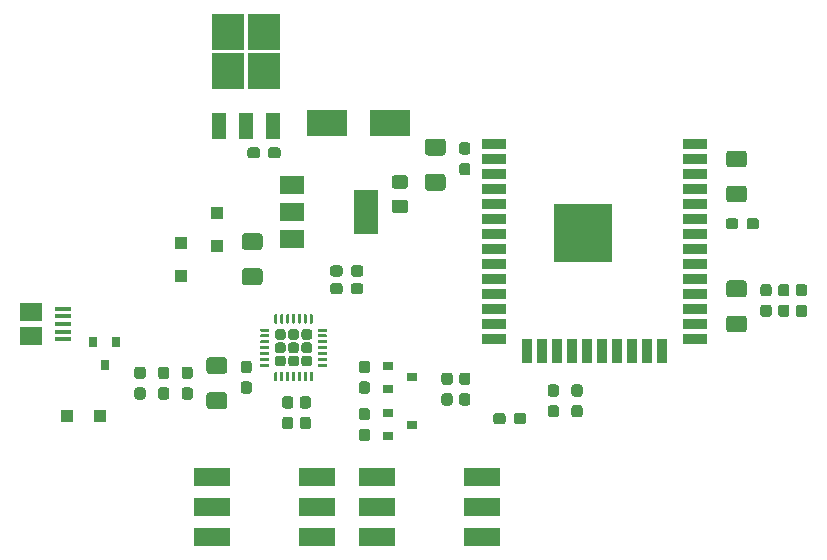
<source format=gbr>
%TF.GenerationSoftware,KiCad,Pcbnew,(5.1.6)-1*%
%TF.CreationDate,2020-08-23T15:31:51+02:00*%
%TF.ProjectId,ESP32MiniDrop,45535033-324d-4696-9e69-44726f702e6b,rev?*%
%TF.SameCoordinates,Original*%
%TF.FileFunction,Paste,Top*%
%TF.FilePolarity,Positive*%
%FSLAX46Y46*%
G04 Gerber Fmt 4.6, Leading zero omitted, Abs format (unit mm)*
G04 Created by KiCad (PCBNEW (5.1.6)-1) date 2020-08-23 15:31:51*
%MOMM*%
%LPD*%
G01*
G04 APERTURE LIST*
%ADD10R,1.100000X1.100000*%
%ADD11R,0.800000X0.900000*%
%ADD12R,3.500000X2.300000*%
%ADD13R,1.350000X0.400000*%
%ADD14R,1.900000X1.500000*%
%ADD15R,0.900000X0.800000*%
%ADD16R,2.000000X0.900000*%
%ADD17R,0.900000X2.000000*%
%ADD18R,5.000000X5.000000*%
%ADD19R,2.000000X1.500000*%
%ADD20R,2.000000X3.800000*%
%ADD21R,3.100000X1.600000*%
%ADD22R,2.750000X3.050000*%
%ADD23R,1.200000X2.200000*%
G04 APERTURE END LIST*
%TO.C,C2*%
G36*
G01*
X18625000Y-32725000D02*
X17375000Y-32725000D01*
G75*
G02*
X17125000Y-32475000I0J250000D01*
G01*
X17125000Y-31550000D01*
G75*
G02*
X17375000Y-31300000I250000J0D01*
G01*
X18625000Y-31300000D01*
G75*
G02*
X18875000Y-31550000I0J-250000D01*
G01*
X18875000Y-32475000D01*
G75*
G02*
X18625000Y-32725000I-250000J0D01*
G01*
G37*
G36*
G01*
X18625000Y-35700000D02*
X17375000Y-35700000D01*
G75*
G02*
X17125000Y-35450000I0J250000D01*
G01*
X17125000Y-34525000D01*
G75*
G02*
X17375000Y-34275000I250000J0D01*
G01*
X18625000Y-34275000D01*
G75*
G02*
X18875000Y-34525000I0J-250000D01*
G01*
X18875000Y-35450000D01*
G75*
G02*
X18625000Y-35700000I-250000J0D01*
G01*
G37*
%TD*%
%TO.C,C3*%
G36*
G01*
X20262500Y-33350000D02*
X20737500Y-33350000D01*
G75*
G02*
X20975000Y-33587500I0J-237500D01*
G01*
X20975000Y-34162500D01*
G75*
G02*
X20737500Y-34400000I-237500J0D01*
G01*
X20262500Y-34400000D01*
G75*
G02*
X20025000Y-34162500I0J237500D01*
G01*
X20025000Y-33587500D01*
G75*
G02*
X20262500Y-33350000I237500J0D01*
G01*
G37*
G36*
G01*
X20262500Y-31600000D02*
X20737500Y-31600000D01*
G75*
G02*
X20975000Y-31837500I0J-237500D01*
G01*
X20975000Y-32412500D01*
G75*
G02*
X20737500Y-32650000I-237500J0D01*
G01*
X20262500Y-32650000D01*
G75*
G02*
X20025000Y-32412500I0J237500D01*
G01*
X20025000Y-31837500D01*
G75*
G02*
X20262500Y-31600000I237500J0D01*
G01*
G37*
%TD*%
%TO.C,C4*%
G36*
G01*
X39237500Y-33650000D02*
X38762500Y-33650000D01*
G75*
G02*
X38525000Y-33412500I0J237500D01*
G01*
X38525000Y-32837500D01*
G75*
G02*
X38762500Y-32600000I237500J0D01*
G01*
X39237500Y-32600000D01*
G75*
G02*
X39475000Y-32837500I0J-237500D01*
G01*
X39475000Y-33412500D01*
G75*
G02*
X39237500Y-33650000I-237500J0D01*
G01*
G37*
G36*
G01*
X39237500Y-35400000D02*
X38762500Y-35400000D01*
G75*
G02*
X38525000Y-35162500I0J237500D01*
G01*
X38525000Y-34587500D01*
G75*
G02*
X38762500Y-34350000I237500J0D01*
G01*
X39237500Y-34350000D01*
G75*
G02*
X39475000Y-34587500I0J-237500D01*
G01*
X39475000Y-35162500D01*
G75*
G02*
X39237500Y-35400000I-237500J0D01*
G01*
G37*
%TD*%
%TO.C,C5*%
G36*
G01*
X35875000Y-15775000D02*
X37125000Y-15775000D01*
G75*
G02*
X37375000Y-16025000I0J-250000D01*
G01*
X37375000Y-16950000D01*
G75*
G02*
X37125000Y-17200000I-250000J0D01*
G01*
X35875000Y-17200000D01*
G75*
G02*
X35625000Y-16950000I0J250000D01*
G01*
X35625000Y-16025000D01*
G75*
G02*
X35875000Y-15775000I250000J0D01*
G01*
G37*
G36*
G01*
X35875000Y-12800000D02*
X37125000Y-12800000D01*
G75*
G02*
X37375000Y-13050000I0J-250000D01*
G01*
X37375000Y-13975000D01*
G75*
G02*
X37125000Y-14225000I-250000J0D01*
G01*
X35875000Y-14225000D01*
G75*
G02*
X35625000Y-13975000I0J250000D01*
G01*
X35625000Y-13050000D01*
G75*
G02*
X35875000Y-12800000I250000J0D01*
G01*
G37*
%TD*%
%TO.C,C6*%
G36*
G01*
X67737500Y-26150000D02*
X67262500Y-26150000D01*
G75*
G02*
X67025000Y-25912500I0J237500D01*
G01*
X67025000Y-25337500D01*
G75*
G02*
X67262500Y-25100000I237500J0D01*
G01*
X67737500Y-25100000D01*
G75*
G02*
X67975000Y-25337500I0J-237500D01*
G01*
X67975000Y-25912500D01*
G75*
G02*
X67737500Y-26150000I-237500J0D01*
G01*
G37*
G36*
G01*
X67737500Y-27900000D02*
X67262500Y-27900000D01*
G75*
G02*
X67025000Y-27662500I0J237500D01*
G01*
X67025000Y-27087500D01*
G75*
G02*
X67262500Y-26850000I237500J0D01*
G01*
X67737500Y-26850000D01*
G75*
G02*
X67975000Y-27087500I0J-237500D01*
G01*
X67975000Y-27662500D01*
G75*
G02*
X67737500Y-27900000I-237500J0D01*
G01*
G37*
%TD*%
%TO.C,C7*%
G36*
G01*
X21625000Y-22225000D02*
X20375000Y-22225000D01*
G75*
G02*
X20125000Y-21975000I0J250000D01*
G01*
X20125000Y-21050000D01*
G75*
G02*
X20375000Y-20800000I250000J0D01*
G01*
X21625000Y-20800000D01*
G75*
G02*
X21875000Y-21050000I0J-250000D01*
G01*
X21875000Y-21975000D01*
G75*
G02*
X21625000Y-22225000I-250000J0D01*
G01*
G37*
G36*
G01*
X21625000Y-25200000D02*
X20375000Y-25200000D01*
G75*
G02*
X20125000Y-24950000I0J250000D01*
G01*
X20125000Y-24025000D01*
G75*
G02*
X20375000Y-23775000I250000J0D01*
G01*
X21625000Y-23775000D01*
G75*
G02*
X21875000Y-24025000I0J-250000D01*
G01*
X21875000Y-24950000D01*
G75*
G02*
X21625000Y-25200000I-250000J0D01*
G01*
G37*
%TD*%
%TO.C,C8*%
G36*
G01*
X39237500Y-14150000D02*
X38762500Y-14150000D01*
G75*
G02*
X38525000Y-13912500I0J237500D01*
G01*
X38525000Y-13337500D01*
G75*
G02*
X38762500Y-13100000I237500J0D01*
G01*
X39237500Y-13100000D01*
G75*
G02*
X39475000Y-13337500I0J-237500D01*
G01*
X39475000Y-13912500D01*
G75*
G02*
X39237500Y-14150000I-237500J0D01*
G01*
G37*
G36*
G01*
X39237500Y-15900000D02*
X38762500Y-15900000D01*
G75*
G02*
X38525000Y-15662500I0J237500D01*
G01*
X38525000Y-15087500D01*
G75*
G02*
X38762500Y-14850000I237500J0D01*
G01*
X39237500Y-14850000D01*
G75*
G02*
X39475000Y-15087500I0J-237500D01*
G01*
X39475000Y-15662500D01*
G75*
G02*
X39237500Y-15900000I-237500J0D01*
G01*
G37*
%TD*%
%TO.C,C9*%
G36*
G01*
X33950001Y-17050000D02*
X33049999Y-17050000D01*
G75*
G02*
X32800000Y-16800001I0J249999D01*
G01*
X32800000Y-16149999D01*
G75*
G02*
X33049999Y-15900000I249999J0D01*
G01*
X33950001Y-15900000D01*
G75*
G02*
X34200000Y-16149999I0J-249999D01*
G01*
X34200000Y-16800001D01*
G75*
G02*
X33950001Y-17050000I-249999J0D01*
G01*
G37*
G36*
G01*
X33950001Y-19100000D02*
X33049999Y-19100000D01*
G75*
G02*
X32800000Y-18850001I0J249999D01*
G01*
X32800000Y-18199999D01*
G75*
G02*
X33049999Y-17950000I249999J0D01*
G01*
X33950001Y-17950000D01*
G75*
G02*
X34200000Y-18199999I0J-249999D01*
G01*
X34200000Y-18850001D01*
G75*
G02*
X33950001Y-19100000I-249999J0D01*
G01*
G37*
%TD*%
D10*
%TO.C,D1*%
X5350000Y-36250000D03*
X8150000Y-36250000D03*
%TD*%
D11*
%TO.C,D2*%
X8500000Y-32000000D03*
X7550000Y-30000000D03*
X9450000Y-30000000D03*
%TD*%
%TO.C,D3*%
G36*
G01*
X62625000Y-26225000D02*
X61375000Y-26225000D01*
G75*
G02*
X61125000Y-25975000I0J250000D01*
G01*
X61125000Y-25050000D01*
G75*
G02*
X61375000Y-24800000I250000J0D01*
G01*
X62625000Y-24800000D01*
G75*
G02*
X62875000Y-25050000I0J-250000D01*
G01*
X62875000Y-25975000D01*
G75*
G02*
X62625000Y-26225000I-250000J0D01*
G01*
G37*
G36*
G01*
X62625000Y-29200000D02*
X61375000Y-29200000D01*
G75*
G02*
X61125000Y-28950000I0J250000D01*
G01*
X61125000Y-28025000D01*
G75*
G02*
X61375000Y-27775000I250000J0D01*
G01*
X62625000Y-27775000D01*
G75*
G02*
X62875000Y-28025000I0J-250000D01*
G01*
X62875000Y-28950000D01*
G75*
G02*
X62625000Y-29200000I-250000J0D01*
G01*
G37*
%TD*%
%TO.C,D4*%
G36*
G01*
X61375000Y-16775000D02*
X62625000Y-16775000D01*
G75*
G02*
X62875000Y-17025000I0J-250000D01*
G01*
X62875000Y-17950000D01*
G75*
G02*
X62625000Y-18200000I-250000J0D01*
G01*
X61375000Y-18200000D01*
G75*
G02*
X61125000Y-17950000I0J250000D01*
G01*
X61125000Y-17025000D01*
G75*
G02*
X61375000Y-16775000I250000J0D01*
G01*
G37*
G36*
G01*
X61375000Y-13800000D02*
X62625000Y-13800000D01*
G75*
G02*
X62875000Y-14050000I0J-250000D01*
G01*
X62875000Y-14975000D01*
G75*
G02*
X62625000Y-15225000I-250000J0D01*
G01*
X61375000Y-15225000D01*
G75*
G02*
X61125000Y-14975000I0J250000D01*
G01*
X61125000Y-14050000D01*
G75*
G02*
X61375000Y-13800000I250000J0D01*
G01*
G37*
%TD*%
D10*
%TO.C,D5*%
X15000000Y-24400000D03*
X15000000Y-21600000D03*
%TD*%
%TO.C,D6*%
X18000000Y-19100000D03*
X18000000Y-21900000D03*
%TD*%
D12*
%TO.C,D7*%
X32700000Y-11500000D03*
X27300000Y-11500000D03*
%TD*%
D13*
%TO.C,J1*%
X4962500Y-28500000D03*
X4962500Y-29150000D03*
D14*
X2262500Y-27500000D03*
D13*
X4962500Y-27850000D03*
D14*
X2262500Y-29500000D03*
D13*
X4962500Y-27200000D03*
X4962500Y-29800000D03*
%TD*%
D15*
%TO.C,Q1*%
X34500000Y-33000000D03*
X32500000Y-33950000D03*
X32500000Y-32050000D03*
%TD*%
%TO.C,Q2*%
X34500000Y-37000000D03*
X32500000Y-37950000D03*
X32500000Y-36050000D03*
%TD*%
%TO.C,R1*%
G36*
G01*
X30737500Y-36650000D02*
X30262500Y-36650000D01*
G75*
G02*
X30025000Y-36412500I0J237500D01*
G01*
X30025000Y-35837500D01*
G75*
G02*
X30262500Y-35600000I237500J0D01*
G01*
X30737500Y-35600000D01*
G75*
G02*
X30975000Y-35837500I0J-237500D01*
G01*
X30975000Y-36412500D01*
G75*
G02*
X30737500Y-36650000I-237500J0D01*
G01*
G37*
G36*
G01*
X30737500Y-38400000D02*
X30262500Y-38400000D01*
G75*
G02*
X30025000Y-38162500I0J237500D01*
G01*
X30025000Y-37587500D01*
G75*
G02*
X30262500Y-37350000I237500J0D01*
G01*
X30737500Y-37350000D01*
G75*
G02*
X30975000Y-37587500I0J-237500D01*
G01*
X30975000Y-38162500D01*
G75*
G02*
X30737500Y-38400000I-237500J0D01*
G01*
G37*
%TD*%
%TO.C,R2*%
G36*
G01*
X30737500Y-32650000D02*
X30262500Y-32650000D01*
G75*
G02*
X30025000Y-32412500I0J237500D01*
G01*
X30025000Y-31837500D01*
G75*
G02*
X30262500Y-31600000I237500J0D01*
G01*
X30737500Y-31600000D01*
G75*
G02*
X30975000Y-31837500I0J-237500D01*
G01*
X30975000Y-32412500D01*
G75*
G02*
X30737500Y-32650000I-237500J0D01*
G01*
G37*
G36*
G01*
X30737500Y-34400000D02*
X30262500Y-34400000D01*
G75*
G02*
X30025000Y-34162500I0J237500D01*
G01*
X30025000Y-33587500D01*
G75*
G02*
X30262500Y-33350000I237500J0D01*
G01*
X30737500Y-33350000D01*
G75*
G02*
X30975000Y-33587500I0J-237500D01*
G01*
X30975000Y-34162500D01*
G75*
G02*
X30737500Y-34400000I-237500J0D01*
G01*
G37*
%TD*%
%TO.C,R3*%
G36*
G01*
X13737500Y-33150000D02*
X13262500Y-33150000D01*
G75*
G02*
X13025000Y-32912500I0J237500D01*
G01*
X13025000Y-32337500D01*
G75*
G02*
X13262500Y-32100000I237500J0D01*
G01*
X13737500Y-32100000D01*
G75*
G02*
X13975000Y-32337500I0J-237500D01*
G01*
X13975000Y-32912500D01*
G75*
G02*
X13737500Y-33150000I-237500J0D01*
G01*
G37*
G36*
G01*
X13737500Y-34900000D02*
X13262500Y-34900000D01*
G75*
G02*
X13025000Y-34662500I0J237500D01*
G01*
X13025000Y-34087500D01*
G75*
G02*
X13262500Y-33850000I237500J0D01*
G01*
X13737500Y-33850000D01*
G75*
G02*
X13975000Y-34087500I0J-237500D01*
G01*
X13975000Y-34662500D01*
G75*
G02*
X13737500Y-34900000I-237500J0D01*
G01*
G37*
%TD*%
%TO.C,R4*%
G36*
G01*
X15262500Y-33850000D02*
X15737500Y-33850000D01*
G75*
G02*
X15975000Y-34087500I0J-237500D01*
G01*
X15975000Y-34662500D01*
G75*
G02*
X15737500Y-34900000I-237500J0D01*
G01*
X15262500Y-34900000D01*
G75*
G02*
X15025000Y-34662500I0J237500D01*
G01*
X15025000Y-34087500D01*
G75*
G02*
X15262500Y-33850000I237500J0D01*
G01*
G37*
G36*
G01*
X15262500Y-32100000D02*
X15737500Y-32100000D01*
G75*
G02*
X15975000Y-32337500I0J-237500D01*
G01*
X15975000Y-32912500D01*
G75*
G02*
X15737500Y-33150000I-237500J0D01*
G01*
X15262500Y-33150000D01*
G75*
G02*
X15025000Y-32912500I0J237500D01*
G01*
X15025000Y-32337500D01*
G75*
G02*
X15262500Y-32100000I237500J0D01*
G01*
G37*
%TD*%
%TO.C,R5*%
G36*
G01*
X24237500Y-35650000D02*
X23762500Y-35650000D01*
G75*
G02*
X23525000Y-35412500I0J237500D01*
G01*
X23525000Y-34837500D01*
G75*
G02*
X23762500Y-34600000I237500J0D01*
G01*
X24237500Y-34600000D01*
G75*
G02*
X24475000Y-34837500I0J-237500D01*
G01*
X24475000Y-35412500D01*
G75*
G02*
X24237500Y-35650000I-237500J0D01*
G01*
G37*
G36*
G01*
X24237500Y-37400000D02*
X23762500Y-37400000D01*
G75*
G02*
X23525000Y-37162500I0J237500D01*
G01*
X23525000Y-36587500D01*
G75*
G02*
X23762500Y-36350000I237500J0D01*
G01*
X24237500Y-36350000D01*
G75*
G02*
X24475000Y-36587500I0J-237500D01*
G01*
X24475000Y-37162500D01*
G75*
G02*
X24237500Y-37400000I-237500J0D01*
G01*
G37*
%TD*%
%TO.C,R6*%
G36*
G01*
X42450000Y-36262500D02*
X42450000Y-36737500D01*
G75*
G02*
X42212500Y-36975000I-237500J0D01*
G01*
X41637500Y-36975000D01*
G75*
G02*
X41400000Y-36737500I0J237500D01*
G01*
X41400000Y-36262500D01*
G75*
G02*
X41637500Y-36025000I237500J0D01*
G01*
X42212500Y-36025000D01*
G75*
G02*
X42450000Y-36262500I0J-237500D01*
G01*
G37*
G36*
G01*
X44200000Y-36262500D02*
X44200000Y-36737500D01*
G75*
G02*
X43962500Y-36975000I-237500J0D01*
G01*
X43387500Y-36975000D01*
G75*
G02*
X43150000Y-36737500I0J237500D01*
G01*
X43150000Y-36262500D01*
G75*
G02*
X43387500Y-36025000I237500J0D01*
G01*
X43962500Y-36025000D01*
G75*
G02*
X44200000Y-36262500I0J-237500D01*
G01*
G37*
%TD*%
%TO.C,R7*%
G36*
G01*
X37737500Y-33650000D02*
X37262500Y-33650000D01*
G75*
G02*
X37025000Y-33412500I0J237500D01*
G01*
X37025000Y-32837500D01*
G75*
G02*
X37262500Y-32600000I237500J0D01*
G01*
X37737500Y-32600000D01*
G75*
G02*
X37975000Y-32837500I0J-237500D01*
G01*
X37975000Y-33412500D01*
G75*
G02*
X37737500Y-33650000I-237500J0D01*
G01*
G37*
G36*
G01*
X37737500Y-35400000D02*
X37262500Y-35400000D01*
G75*
G02*
X37025000Y-35162500I0J237500D01*
G01*
X37025000Y-34587500D01*
G75*
G02*
X37262500Y-34350000I237500J0D01*
G01*
X37737500Y-34350000D01*
G75*
G02*
X37975000Y-34587500I0J-237500D01*
G01*
X37975000Y-35162500D01*
G75*
G02*
X37737500Y-35400000I-237500J0D01*
G01*
G37*
%TD*%
%TO.C,R8*%
G36*
G01*
X28650000Y-25262500D02*
X28650000Y-25737500D01*
G75*
G02*
X28412500Y-25975000I-237500J0D01*
G01*
X27837500Y-25975000D01*
G75*
G02*
X27600000Y-25737500I0J237500D01*
G01*
X27600000Y-25262500D01*
G75*
G02*
X27837500Y-25025000I237500J0D01*
G01*
X28412500Y-25025000D01*
G75*
G02*
X28650000Y-25262500I0J-237500D01*
G01*
G37*
G36*
G01*
X30400000Y-25262500D02*
X30400000Y-25737500D01*
G75*
G02*
X30162500Y-25975000I-237500J0D01*
G01*
X29587500Y-25975000D01*
G75*
G02*
X29350000Y-25737500I0J237500D01*
G01*
X29350000Y-25262500D01*
G75*
G02*
X29587500Y-25025000I237500J0D01*
G01*
X30162500Y-25025000D01*
G75*
G02*
X30400000Y-25262500I0J-237500D01*
G01*
G37*
%TD*%
%TO.C,R9*%
G36*
G01*
X28650000Y-23762500D02*
X28650000Y-24237500D01*
G75*
G02*
X28412500Y-24475000I-237500J0D01*
G01*
X27837500Y-24475000D01*
G75*
G02*
X27600000Y-24237500I0J237500D01*
G01*
X27600000Y-23762500D01*
G75*
G02*
X27837500Y-23525000I237500J0D01*
G01*
X28412500Y-23525000D01*
G75*
G02*
X28650000Y-23762500I0J-237500D01*
G01*
G37*
G36*
G01*
X30400000Y-23762500D02*
X30400000Y-24237500D01*
G75*
G02*
X30162500Y-24475000I-237500J0D01*
G01*
X29587500Y-24475000D01*
G75*
G02*
X29350000Y-24237500I0J237500D01*
G01*
X29350000Y-23762500D01*
G75*
G02*
X29587500Y-23525000I237500J0D01*
G01*
X30162500Y-23525000D01*
G75*
G02*
X30400000Y-23762500I0J-237500D01*
G01*
G37*
%TD*%
%TO.C,R10*%
G36*
G01*
X25737500Y-35650000D02*
X25262500Y-35650000D01*
G75*
G02*
X25025000Y-35412500I0J237500D01*
G01*
X25025000Y-34837500D01*
G75*
G02*
X25262500Y-34600000I237500J0D01*
G01*
X25737500Y-34600000D01*
G75*
G02*
X25975000Y-34837500I0J-237500D01*
G01*
X25975000Y-35412500D01*
G75*
G02*
X25737500Y-35650000I-237500J0D01*
G01*
G37*
G36*
G01*
X25737500Y-37400000D02*
X25262500Y-37400000D01*
G75*
G02*
X25025000Y-37162500I0J237500D01*
G01*
X25025000Y-36587500D01*
G75*
G02*
X25262500Y-36350000I237500J0D01*
G01*
X25737500Y-36350000D01*
G75*
G02*
X25975000Y-36587500I0J-237500D01*
G01*
X25975000Y-37162500D01*
G75*
G02*
X25737500Y-37400000I-237500J0D01*
G01*
G37*
%TD*%
%TO.C,R13*%
G36*
G01*
X66237500Y-26150000D02*
X65762500Y-26150000D01*
G75*
G02*
X65525000Y-25912500I0J237500D01*
G01*
X65525000Y-25337500D01*
G75*
G02*
X65762500Y-25100000I237500J0D01*
G01*
X66237500Y-25100000D01*
G75*
G02*
X66475000Y-25337500I0J-237500D01*
G01*
X66475000Y-25912500D01*
G75*
G02*
X66237500Y-26150000I-237500J0D01*
G01*
G37*
G36*
G01*
X66237500Y-27900000D02*
X65762500Y-27900000D01*
G75*
G02*
X65525000Y-27662500I0J237500D01*
G01*
X65525000Y-27087500D01*
G75*
G02*
X65762500Y-26850000I237500J0D01*
G01*
X66237500Y-26850000D01*
G75*
G02*
X66475000Y-27087500I0J-237500D01*
G01*
X66475000Y-27662500D01*
G75*
G02*
X66237500Y-27900000I-237500J0D01*
G01*
G37*
%TD*%
%TO.C,R16*%
G36*
G01*
X22350000Y-14237500D02*
X22350000Y-13762500D01*
G75*
G02*
X22587500Y-13525000I237500J0D01*
G01*
X23162500Y-13525000D01*
G75*
G02*
X23400000Y-13762500I0J-237500D01*
G01*
X23400000Y-14237500D01*
G75*
G02*
X23162500Y-14475000I-237500J0D01*
G01*
X22587500Y-14475000D01*
G75*
G02*
X22350000Y-14237500I0J237500D01*
G01*
G37*
G36*
G01*
X20600000Y-14237500D02*
X20600000Y-13762500D01*
G75*
G02*
X20837500Y-13525000I237500J0D01*
G01*
X21412500Y-13525000D01*
G75*
G02*
X21650000Y-13762500I0J-237500D01*
G01*
X21650000Y-14237500D01*
G75*
G02*
X21412500Y-14475000I-237500J0D01*
G01*
X20837500Y-14475000D01*
G75*
G02*
X20600000Y-14237500I0J237500D01*
G01*
G37*
%TD*%
%TO.C,U1*%
G36*
G01*
X25170000Y-31845000D02*
X25170000Y-31395000D01*
G75*
G02*
X25395000Y-31170000I225000J0D01*
G01*
X25845000Y-31170000D01*
G75*
G02*
X26070000Y-31395000I0J-225000D01*
G01*
X26070000Y-31845000D01*
G75*
G02*
X25845000Y-32070000I-225000J0D01*
G01*
X25395000Y-32070000D01*
G75*
G02*
X25170000Y-31845000I0J225000D01*
G01*
G37*
G36*
G01*
X25170000Y-30725000D02*
X25170000Y-30275000D01*
G75*
G02*
X25395000Y-30050000I225000J0D01*
G01*
X25845000Y-30050000D01*
G75*
G02*
X26070000Y-30275000I0J-225000D01*
G01*
X26070000Y-30725000D01*
G75*
G02*
X25845000Y-30950000I-225000J0D01*
G01*
X25395000Y-30950000D01*
G75*
G02*
X25170000Y-30725000I0J225000D01*
G01*
G37*
G36*
G01*
X25170000Y-29605000D02*
X25170000Y-29155000D01*
G75*
G02*
X25395000Y-28930000I225000J0D01*
G01*
X25845000Y-28930000D01*
G75*
G02*
X26070000Y-29155000I0J-225000D01*
G01*
X26070000Y-29605000D01*
G75*
G02*
X25845000Y-29830000I-225000J0D01*
G01*
X25395000Y-29830000D01*
G75*
G02*
X25170000Y-29605000I0J225000D01*
G01*
G37*
G36*
G01*
X24050000Y-31845000D02*
X24050000Y-31395000D01*
G75*
G02*
X24275000Y-31170000I225000J0D01*
G01*
X24725000Y-31170000D01*
G75*
G02*
X24950000Y-31395000I0J-225000D01*
G01*
X24950000Y-31845000D01*
G75*
G02*
X24725000Y-32070000I-225000J0D01*
G01*
X24275000Y-32070000D01*
G75*
G02*
X24050000Y-31845000I0J225000D01*
G01*
G37*
G36*
G01*
X24050000Y-30725000D02*
X24050000Y-30275000D01*
G75*
G02*
X24275000Y-30050000I225000J0D01*
G01*
X24725000Y-30050000D01*
G75*
G02*
X24950000Y-30275000I0J-225000D01*
G01*
X24950000Y-30725000D01*
G75*
G02*
X24725000Y-30950000I-225000J0D01*
G01*
X24275000Y-30950000D01*
G75*
G02*
X24050000Y-30725000I0J225000D01*
G01*
G37*
G36*
G01*
X24050000Y-29605000D02*
X24050000Y-29155000D01*
G75*
G02*
X24275000Y-28930000I225000J0D01*
G01*
X24725000Y-28930000D01*
G75*
G02*
X24950000Y-29155000I0J-225000D01*
G01*
X24950000Y-29605000D01*
G75*
G02*
X24725000Y-29830000I-225000J0D01*
G01*
X24275000Y-29830000D01*
G75*
G02*
X24050000Y-29605000I0J225000D01*
G01*
G37*
G36*
G01*
X22930000Y-31845000D02*
X22930000Y-31395000D01*
G75*
G02*
X23155000Y-31170000I225000J0D01*
G01*
X23605000Y-31170000D01*
G75*
G02*
X23830000Y-31395000I0J-225000D01*
G01*
X23830000Y-31845000D01*
G75*
G02*
X23605000Y-32070000I-225000J0D01*
G01*
X23155000Y-32070000D01*
G75*
G02*
X22930000Y-31845000I0J225000D01*
G01*
G37*
G36*
G01*
X22930000Y-30725000D02*
X22930000Y-30275000D01*
G75*
G02*
X23155000Y-30050000I225000J0D01*
G01*
X23605000Y-30050000D01*
G75*
G02*
X23830000Y-30275000I0J-225000D01*
G01*
X23830000Y-30725000D01*
G75*
G02*
X23605000Y-30950000I-225000J0D01*
G01*
X23155000Y-30950000D01*
G75*
G02*
X22930000Y-30725000I0J225000D01*
G01*
G37*
G36*
G01*
X22930000Y-29605000D02*
X22930000Y-29155000D01*
G75*
G02*
X23155000Y-28930000I225000J0D01*
G01*
X23605000Y-28930000D01*
G75*
G02*
X23830000Y-29155000I0J-225000D01*
G01*
X23830000Y-29605000D01*
G75*
G02*
X23605000Y-29830000I-225000J0D01*
G01*
X23155000Y-29830000D01*
G75*
G02*
X22930000Y-29605000I0J225000D01*
G01*
G37*
G36*
G01*
X22875000Y-28387500D02*
X22875000Y-27712500D01*
G75*
G02*
X22937500Y-27650000I62500J0D01*
G01*
X23062500Y-27650000D01*
G75*
G02*
X23125000Y-27712500I0J-62500D01*
G01*
X23125000Y-28387500D01*
G75*
G02*
X23062500Y-28450000I-62500J0D01*
G01*
X22937500Y-28450000D01*
G75*
G02*
X22875000Y-28387500I0J62500D01*
G01*
G37*
G36*
G01*
X23375000Y-28387500D02*
X23375000Y-27712500D01*
G75*
G02*
X23437500Y-27650000I62500J0D01*
G01*
X23562500Y-27650000D01*
G75*
G02*
X23625000Y-27712500I0J-62500D01*
G01*
X23625000Y-28387500D01*
G75*
G02*
X23562500Y-28450000I-62500J0D01*
G01*
X23437500Y-28450000D01*
G75*
G02*
X23375000Y-28387500I0J62500D01*
G01*
G37*
G36*
G01*
X23875000Y-28387500D02*
X23875000Y-27712500D01*
G75*
G02*
X23937500Y-27650000I62500J0D01*
G01*
X24062500Y-27650000D01*
G75*
G02*
X24125000Y-27712500I0J-62500D01*
G01*
X24125000Y-28387500D01*
G75*
G02*
X24062500Y-28450000I-62500J0D01*
G01*
X23937500Y-28450000D01*
G75*
G02*
X23875000Y-28387500I0J62500D01*
G01*
G37*
G36*
G01*
X24375000Y-28387500D02*
X24375000Y-27712500D01*
G75*
G02*
X24437500Y-27650000I62500J0D01*
G01*
X24562500Y-27650000D01*
G75*
G02*
X24625000Y-27712500I0J-62500D01*
G01*
X24625000Y-28387500D01*
G75*
G02*
X24562500Y-28450000I-62500J0D01*
G01*
X24437500Y-28450000D01*
G75*
G02*
X24375000Y-28387500I0J62500D01*
G01*
G37*
G36*
G01*
X24875000Y-28387500D02*
X24875000Y-27712500D01*
G75*
G02*
X24937500Y-27650000I62500J0D01*
G01*
X25062500Y-27650000D01*
G75*
G02*
X25125000Y-27712500I0J-62500D01*
G01*
X25125000Y-28387500D01*
G75*
G02*
X25062500Y-28450000I-62500J0D01*
G01*
X24937500Y-28450000D01*
G75*
G02*
X24875000Y-28387500I0J62500D01*
G01*
G37*
G36*
G01*
X25375000Y-28387500D02*
X25375000Y-27712500D01*
G75*
G02*
X25437500Y-27650000I62500J0D01*
G01*
X25562500Y-27650000D01*
G75*
G02*
X25625000Y-27712500I0J-62500D01*
G01*
X25625000Y-28387500D01*
G75*
G02*
X25562500Y-28450000I-62500J0D01*
G01*
X25437500Y-28450000D01*
G75*
G02*
X25375000Y-28387500I0J62500D01*
G01*
G37*
G36*
G01*
X25875000Y-28387500D02*
X25875000Y-27712500D01*
G75*
G02*
X25937500Y-27650000I62500J0D01*
G01*
X26062500Y-27650000D01*
G75*
G02*
X26125000Y-27712500I0J-62500D01*
G01*
X26125000Y-28387500D01*
G75*
G02*
X26062500Y-28450000I-62500J0D01*
G01*
X25937500Y-28450000D01*
G75*
G02*
X25875000Y-28387500I0J62500D01*
G01*
G37*
G36*
G01*
X26550000Y-29062500D02*
X26550000Y-28937500D01*
G75*
G02*
X26612500Y-28875000I62500J0D01*
G01*
X27287500Y-28875000D01*
G75*
G02*
X27350000Y-28937500I0J-62500D01*
G01*
X27350000Y-29062500D01*
G75*
G02*
X27287500Y-29125000I-62500J0D01*
G01*
X26612500Y-29125000D01*
G75*
G02*
X26550000Y-29062500I0J62500D01*
G01*
G37*
G36*
G01*
X26550000Y-29562500D02*
X26550000Y-29437500D01*
G75*
G02*
X26612500Y-29375000I62500J0D01*
G01*
X27287500Y-29375000D01*
G75*
G02*
X27350000Y-29437500I0J-62500D01*
G01*
X27350000Y-29562500D01*
G75*
G02*
X27287500Y-29625000I-62500J0D01*
G01*
X26612500Y-29625000D01*
G75*
G02*
X26550000Y-29562500I0J62500D01*
G01*
G37*
G36*
G01*
X26550000Y-30062500D02*
X26550000Y-29937500D01*
G75*
G02*
X26612500Y-29875000I62500J0D01*
G01*
X27287500Y-29875000D01*
G75*
G02*
X27350000Y-29937500I0J-62500D01*
G01*
X27350000Y-30062500D01*
G75*
G02*
X27287500Y-30125000I-62500J0D01*
G01*
X26612500Y-30125000D01*
G75*
G02*
X26550000Y-30062500I0J62500D01*
G01*
G37*
G36*
G01*
X26550000Y-30562500D02*
X26550000Y-30437500D01*
G75*
G02*
X26612500Y-30375000I62500J0D01*
G01*
X27287500Y-30375000D01*
G75*
G02*
X27350000Y-30437500I0J-62500D01*
G01*
X27350000Y-30562500D01*
G75*
G02*
X27287500Y-30625000I-62500J0D01*
G01*
X26612500Y-30625000D01*
G75*
G02*
X26550000Y-30562500I0J62500D01*
G01*
G37*
G36*
G01*
X26550000Y-31062500D02*
X26550000Y-30937500D01*
G75*
G02*
X26612500Y-30875000I62500J0D01*
G01*
X27287500Y-30875000D01*
G75*
G02*
X27350000Y-30937500I0J-62500D01*
G01*
X27350000Y-31062500D01*
G75*
G02*
X27287500Y-31125000I-62500J0D01*
G01*
X26612500Y-31125000D01*
G75*
G02*
X26550000Y-31062500I0J62500D01*
G01*
G37*
G36*
G01*
X26550000Y-31562500D02*
X26550000Y-31437500D01*
G75*
G02*
X26612500Y-31375000I62500J0D01*
G01*
X27287500Y-31375000D01*
G75*
G02*
X27350000Y-31437500I0J-62500D01*
G01*
X27350000Y-31562500D01*
G75*
G02*
X27287500Y-31625000I-62500J0D01*
G01*
X26612500Y-31625000D01*
G75*
G02*
X26550000Y-31562500I0J62500D01*
G01*
G37*
G36*
G01*
X26550000Y-32062500D02*
X26550000Y-31937500D01*
G75*
G02*
X26612500Y-31875000I62500J0D01*
G01*
X27287500Y-31875000D01*
G75*
G02*
X27350000Y-31937500I0J-62500D01*
G01*
X27350000Y-32062500D01*
G75*
G02*
X27287500Y-32125000I-62500J0D01*
G01*
X26612500Y-32125000D01*
G75*
G02*
X26550000Y-32062500I0J62500D01*
G01*
G37*
G36*
G01*
X25875000Y-33287500D02*
X25875000Y-32612500D01*
G75*
G02*
X25937500Y-32550000I62500J0D01*
G01*
X26062500Y-32550000D01*
G75*
G02*
X26125000Y-32612500I0J-62500D01*
G01*
X26125000Y-33287500D01*
G75*
G02*
X26062500Y-33350000I-62500J0D01*
G01*
X25937500Y-33350000D01*
G75*
G02*
X25875000Y-33287500I0J62500D01*
G01*
G37*
G36*
G01*
X25375000Y-33287500D02*
X25375000Y-32612500D01*
G75*
G02*
X25437500Y-32550000I62500J0D01*
G01*
X25562500Y-32550000D01*
G75*
G02*
X25625000Y-32612500I0J-62500D01*
G01*
X25625000Y-33287500D01*
G75*
G02*
X25562500Y-33350000I-62500J0D01*
G01*
X25437500Y-33350000D01*
G75*
G02*
X25375000Y-33287500I0J62500D01*
G01*
G37*
G36*
G01*
X24875000Y-33287500D02*
X24875000Y-32612500D01*
G75*
G02*
X24937500Y-32550000I62500J0D01*
G01*
X25062500Y-32550000D01*
G75*
G02*
X25125000Y-32612500I0J-62500D01*
G01*
X25125000Y-33287500D01*
G75*
G02*
X25062500Y-33350000I-62500J0D01*
G01*
X24937500Y-33350000D01*
G75*
G02*
X24875000Y-33287500I0J62500D01*
G01*
G37*
G36*
G01*
X24375000Y-33287500D02*
X24375000Y-32612500D01*
G75*
G02*
X24437500Y-32550000I62500J0D01*
G01*
X24562500Y-32550000D01*
G75*
G02*
X24625000Y-32612500I0J-62500D01*
G01*
X24625000Y-33287500D01*
G75*
G02*
X24562500Y-33350000I-62500J0D01*
G01*
X24437500Y-33350000D01*
G75*
G02*
X24375000Y-33287500I0J62500D01*
G01*
G37*
G36*
G01*
X23875000Y-33287500D02*
X23875000Y-32612500D01*
G75*
G02*
X23937500Y-32550000I62500J0D01*
G01*
X24062500Y-32550000D01*
G75*
G02*
X24125000Y-32612500I0J-62500D01*
G01*
X24125000Y-33287500D01*
G75*
G02*
X24062500Y-33350000I-62500J0D01*
G01*
X23937500Y-33350000D01*
G75*
G02*
X23875000Y-33287500I0J62500D01*
G01*
G37*
G36*
G01*
X23375000Y-33287500D02*
X23375000Y-32612500D01*
G75*
G02*
X23437500Y-32550000I62500J0D01*
G01*
X23562500Y-32550000D01*
G75*
G02*
X23625000Y-32612500I0J-62500D01*
G01*
X23625000Y-33287500D01*
G75*
G02*
X23562500Y-33350000I-62500J0D01*
G01*
X23437500Y-33350000D01*
G75*
G02*
X23375000Y-33287500I0J62500D01*
G01*
G37*
G36*
G01*
X22875000Y-33287500D02*
X22875000Y-32612500D01*
G75*
G02*
X22937500Y-32550000I62500J0D01*
G01*
X23062500Y-32550000D01*
G75*
G02*
X23125000Y-32612500I0J-62500D01*
G01*
X23125000Y-33287500D01*
G75*
G02*
X23062500Y-33350000I-62500J0D01*
G01*
X22937500Y-33350000D01*
G75*
G02*
X22875000Y-33287500I0J62500D01*
G01*
G37*
G36*
G01*
X21650000Y-32062500D02*
X21650000Y-31937500D01*
G75*
G02*
X21712500Y-31875000I62500J0D01*
G01*
X22387500Y-31875000D01*
G75*
G02*
X22450000Y-31937500I0J-62500D01*
G01*
X22450000Y-32062500D01*
G75*
G02*
X22387500Y-32125000I-62500J0D01*
G01*
X21712500Y-32125000D01*
G75*
G02*
X21650000Y-32062500I0J62500D01*
G01*
G37*
G36*
G01*
X21650000Y-31562500D02*
X21650000Y-31437500D01*
G75*
G02*
X21712500Y-31375000I62500J0D01*
G01*
X22387500Y-31375000D01*
G75*
G02*
X22450000Y-31437500I0J-62500D01*
G01*
X22450000Y-31562500D01*
G75*
G02*
X22387500Y-31625000I-62500J0D01*
G01*
X21712500Y-31625000D01*
G75*
G02*
X21650000Y-31562500I0J62500D01*
G01*
G37*
G36*
G01*
X21650000Y-31062500D02*
X21650000Y-30937500D01*
G75*
G02*
X21712500Y-30875000I62500J0D01*
G01*
X22387500Y-30875000D01*
G75*
G02*
X22450000Y-30937500I0J-62500D01*
G01*
X22450000Y-31062500D01*
G75*
G02*
X22387500Y-31125000I-62500J0D01*
G01*
X21712500Y-31125000D01*
G75*
G02*
X21650000Y-31062500I0J62500D01*
G01*
G37*
G36*
G01*
X21650000Y-30562500D02*
X21650000Y-30437500D01*
G75*
G02*
X21712500Y-30375000I62500J0D01*
G01*
X22387500Y-30375000D01*
G75*
G02*
X22450000Y-30437500I0J-62500D01*
G01*
X22450000Y-30562500D01*
G75*
G02*
X22387500Y-30625000I-62500J0D01*
G01*
X21712500Y-30625000D01*
G75*
G02*
X21650000Y-30562500I0J62500D01*
G01*
G37*
G36*
G01*
X21650000Y-30062500D02*
X21650000Y-29937500D01*
G75*
G02*
X21712500Y-29875000I62500J0D01*
G01*
X22387500Y-29875000D01*
G75*
G02*
X22450000Y-29937500I0J-62500D01*
G01*
X22450000Y-30062500D01*
G75*
G02*
X22387500Y-30125000I-62500J0D01*
G01*
X21712500Y-30125000D01*
G75*
G02*
X21650000Y-30062500I0J62500D01*
G01*
G37*
G36*
G01*
X21650000Y-29562500D02*
X21650000Y-29437500D01*
G75*
G02*
X21712500Y-29375000I62500J0D01*
G01*
X22387500Y-29375000D01*
G75*
G02*
X22450000Y-29437500I0J-62500D01*
G01*
X22450000Y-29562500D01*
G75*
G02*
X22387500Y-29625000I-62500J0D01*
G01*
X21712500Y-29625000D01*
G75*
G02*
X21650000Y-29562500I0J62500D01*
G01*
G37*
G36*
G01*
X21650000Y-29062500D02*
X21650000Y-28937500D01*
G75*
G02*
X21712500Y-28875000I62500J0D01*
G01*
X22387500Y-28875000D01*
G75*
G02*
X22450000Y-28937500I0J-62500D01*
G01*
X22450000Y-29062500D01*
G75*
G02*
X22387500Y-29125000I-62500J0D01*
G01*
X21712500Y-29125000D01*
G75*
G02*
X21650000Y-29062500I0J62500D01*
G01*
G37*
%TD*%
D16*
%TO.C,U3*%
X58500000Y-13245000D03*
X58500000Y-14515000D03*
X58500000Y-15785000D03*
X58500000Y-17055000D03*
X58500000Y-18325000D03*
X58500000Y-19595000D03*
X58500000Y-20865000D03*
X58500000Y-22135000D03*
X58500000Y-23405000D03*
X58500000Y-24675000D03*
X58500000Y-25945000D03*
X58500000Y-27215000D03*
X58500000Y-28485000D03*
X58500000Y-29755000D03*
D17*
X55715000Y-30755000D03*
X54445000Y-30755000D03*
X53175000Y-30755000D03*
X51905000Y-30755000D03*
X50635000Y-30755000D03*
X49365000Y-30755000D03*
X48095000Y-30755000D03*
X46825000Y-30755000D03*
X45555000Y-30755000D03*
X44285000Y-30755000D03*
D16*
X41500000Y-29755000D03*
X41500000Y-28485000D03*
X41500000Y-27215000D03*
X41500000Y-25945000D03*
X41500000Y-24675000D03*
X41500000Y-23405000D03*
X41500000Y-22135000D03*
X41500000Y-20865000D03*
X41500000Y-19595000D03*
X41500000Y-18325000D03*
X41500000Y-17055000D03*
X41500000Y-15785000D03*
X41500000Y-14515000D03*
X41500000Y-13245000D03*
D18*
X49000000Y-20745000D03*
%TD*%
D19*
%TO.C,U2*%
X24350000Y-16700000D03*
X24350000Y-21300000D03*
X24350000Y-19000000D03*
D20*
X30650000Y-19000000D03*
%TD*%
%TO.C,R14*%
G36*
G01*
X46737500Y-34650000D02*
X46262500Y-34650000D01*
G75*
G02*
X46025000Y-34412500I0J237500D01*
G01*
X46025000Y-33837500D01*
G75*
G02*
X46262500Y-33600000I237500J0D01*
G01*
X46737500Y-33600000D01*
G75*
G02*
X46975000Y-33837500I0J-237500D01*
G01*
X46975000Y-34412500D01*
G75*
G02*
X46737500Y-34650000I-237500J0D01*
G01*
G37*
G36*
G01*
X46737500Y-36400000D02*
X46262500Y-36400000D01*
G75*
G02*
X46025000Y-36162500I0J237500D01*
G01*
X46025000Y-35587500D01*
G75*
G02*
X46262500Y-35350000I237500J0D01*
G01*
X46737500Y-35350000D01*
G75*
G02*
X46975000Y-35587500I0J-237500D01*
G01*
X46975000Y-36162500D01*
G75*
G02*
X46737500Y-36400000I-237500J0D01*
G01*
G37*
%TD*%
%TO.C,R15*%
G36*
G01*
X48737500Y-34650000D02*
X48262500Y-34650000D01*
G75*
G02*
X48025000Y-34412500I0J237500D01*
G01*
X48025000Y-33837500D01*
G75*
G02*
X48262500Y-33600000I237500J0D01*
G01*
X48737500Y-33600000D01*
G75*
G02*
X48975000Y-33837500I0J-237500D01*
G01*
X48975000Y-34412500D01*
G75*
G02*
X48737500Y-34650000I-237500J0D01*
G01*
G37*
G36*
G01*
X48737500Y-36400000D02*
X48262500Y-36400000D01*
G75*
G02*
X48025000Y-36162500I0J237500D01*
G01*
X48025000Y-35587500D01*
G75*
G02*
X48262500Y-35350000I237500J0D01*
G01*
X48737500Y-35350000D01*
G75*
G02*
X48975000Y-35587500I0J-237500D01*
G01*
X48975000Y-36162500D01*
G75*
G02*
X48737500Y-36400000I-237500J0D01*
G01*
G37*
%TD*%
D21*
%TO.C,U4*%
X26445000Y-41460000D03*
X17555000Y-46540000D03*
X26445000Y-44000000D03*
X17555000Y-44000000D03*
X26445000Y-46540000D03*
X17555000Y-41460000D03*
%TD*%
%TO.C,U5*%
X40445000Y-41460000D03*
X31555000Y-46540000D03*
X40445000Y-44000000D03*
X31555000Y-44000000D03*
X40445000Y-46540000D03*
X31555000Y-41460000D03*
%TD*%
%TO.C,C1*%
G36*
G01*
X11262500Y-33850000D02*
X11737500Y-33850000D01*
G75*
G02*
X11975000Y-34087500I0J-237500D01*
G01*
X11975000Y-34662500D01*
G75*
G02*
X11737500Y-34900000I-237500J0D01*
G01*
X11262500Y-34900000D01*
G75*
G02*
X11025000Y-34662500I0J237500D01*
G01*
X11025000Y-34087500D01*
G75*
G02*
X11262500Y-33850000I237500J0D01*
G01*
G37*
G36*
G01*
X11262500Y-32100000D02*
X11737500Y-32100000D01*
G75*
G02*
X11975000Y-32337500I0J-237500D01*
G01*
X11975000Y-32912500D01*
G75*
G02*
X11737500Y-33150000I-237500J0D01*
G01*
X11262500Y-33150000D01*
G75*
G02*
X11025000Y-32912500I0J237500D01*
G01*
X11025000Y-32337500D01*
G75*
G02*
X11262500Y-32100000I237500J0D01*
G01*
G37*
%TD*%
%TO.C,R11*%
G36*
G01*
X64737500Y-26150000D02*
X64262500Y-26150000D01*
G75*
G02*
X64025000Y-25912500I0J237500D01*
G01*
X64025000Y-25337500D01*
G75*
G02*
X64262500Y-25100000I237500J0D01*
G01*
X64737500Y-25100000D01*
G75*
G02*
X64975000Y-25337500I0J-237500D01*
G01*
X64975000Y-25912500D01*
G75*
G02*
X64737500Y-26150000I-237500J0D01*
G01*
G37*
G36*
G01*
X64737500Y-27900000D02*
X64262500Y-27900000D01*
G75*
G02*
X64025000Y-27662500I0J237500D01*
G01*
X64025000Y-27087500D01*
G75*
G02*
X64262500Y-26850000I237500J0D01*
G01*
X64737500Y-26850000D01*
G75*
G02*
X64975000Y-27087500I0J-237500D01*
G01*
X64975000Y-27662500D01*
G75*
G02*
X64737500Y-27900000I-237500J0D01*
G01*
G37*
%TD*%
%TO.C,R12*%
G36*
G01*
X62850000Y-20237500D02*
X62850000Y-19762500D01*
G75*
G02*
X63087500Y-19525000I237500J0D01*
G01*
X63662500Y-19525000D01*
G75*
G02*
X63900000Y-19762500I0J-237500D01*
G01*
X63900000Y-20237500D01*
G75*
G02*
X63662500Y-20475000I-237500J0D01*
G01*
X63087500Y-20475000D01*
G75*
G02*
X62850000Y-20237500I0J237500D01*
G01*
G37*
G36*
G01*
X61100000Y-20237500D02*
X61100000Y-19762500D01*
G75*
G02*
X61337500Y-19525000I237500J0D01*
G01*
X61912500Y-19525000D01*
G75*
G02*
X62150000Y-19762500I0J-237500D01*
G01*
X62150000Y-20237500D01*
G75*
G02*
X61912500Y-20475000I-237500J0D01*
G01*
X61337500Y-20475000D01*
G75*
G02*
X61100000Y-20237500I0J237500D01*
G01*
G37*
%TD*%
D22*
%TO.C,Q3*%
X22025000Y-7075000D03*
X18975000Y-3725000D03*
X18975000Y-7075000D03*
X22025000Y-3725000D03*
D23*
X22780000Y-11700000D03*
X20500000Y-11700000D03*
X18220000Y-11700000D03*
%TD*%
M02*

</source>
